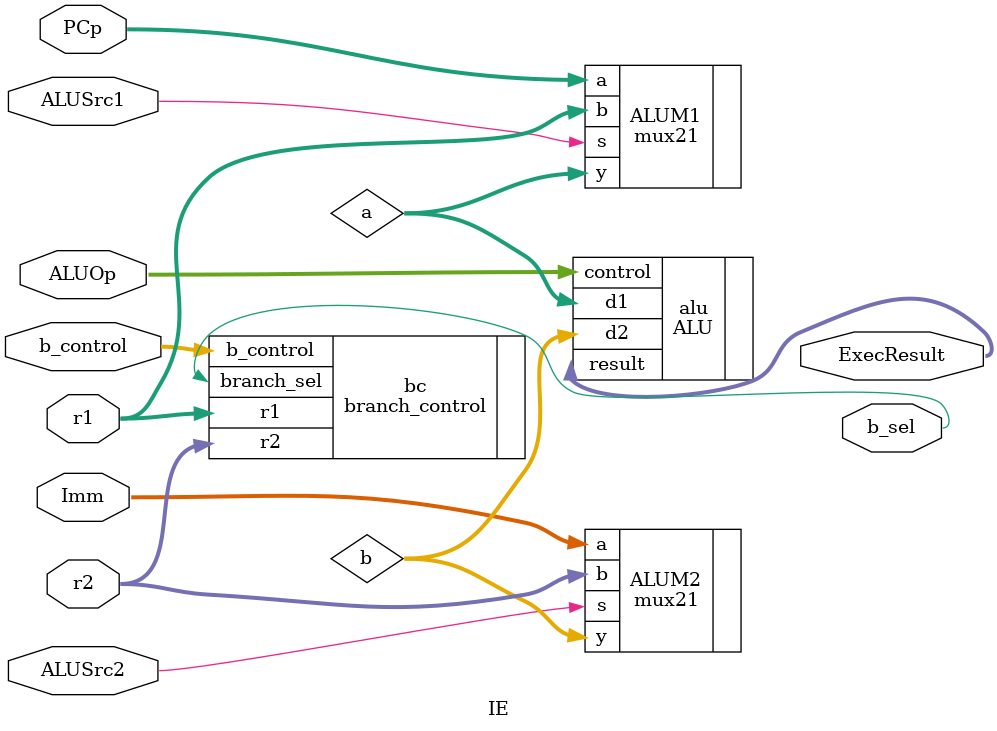
<source format=sv>
module IE(r1, r2, Imm, ALUOp, ALUSrc1, ALUSrc2, ExecResult, PCp, b_sel, b_control);
  input logic [31:0] r1;
  input logic [31:0] r2;
  input logic [31:0] Imm;
  input logic [3:0] ALUOp;
  input logic ALUSrc1;
  input logic ALUSrc2;
  output logic [31:0] ExecResult;
  input logic [31:0] PCp;
  input logic [2:0] b_control; //from control unit
  output logic b_sel; // to IF
  logic [31:0] a, b;

  mux21 ALUM1 (.a(PCp), .b(r1), .s(ALUSrc1), .y(a));
  mux21 ALUM2 (.a(Imm), .b(r2), .s(ALUSrc2), .y(b));
  ALU alu(.d1(a), .d2(b), .result(ExecResult), .control(ALUOp));
  branch_control bc (.b_control(b_control), .r1(r1), .r2(r2), .branch_sel(b_sel));
endmodule
</source>
